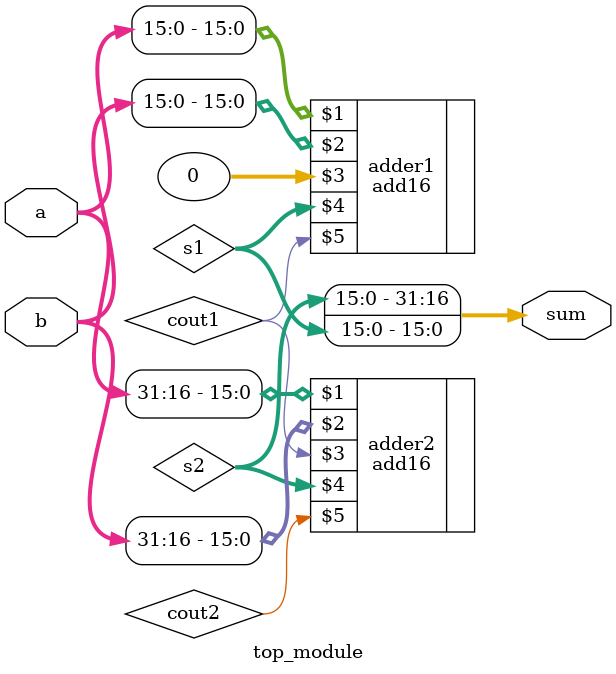
<source format=v>
module top_module(
    input [31:0] a,
    input [31:0] b,
    output [31:0] sum
);
    wire [15:0] s1,s2;
    wire cout1,cout2;
    add16 adder1(a[15:0],b[15:0],0,s1,cout1);
    add16 adder2(a[31:16],b[31:16],cout1,s2,cout2);
    assign sum = {s2,s1};
endmodule

</source>
